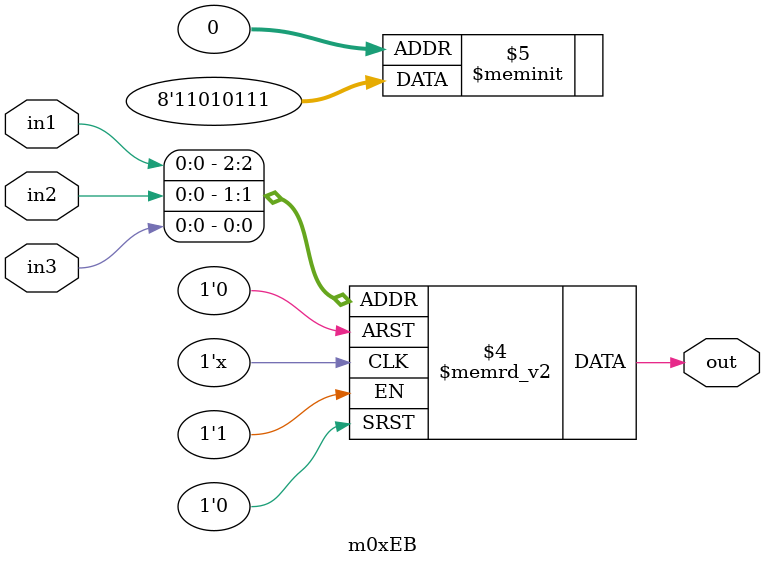
<source format=v>
module m0xEB(output out, input in1, in2, in3);

   always @(in1, in2, in3)
     begin
        case({in1, in2, in3})
          3'b000: {out} = 1'b1;
          3'b001: {out} = 1'b1;
          3'b010: {out} = 1'b1;
          3'b011: {out} = 1'b0;
          3'b100: {out} = 1'b1;
          3'b101: {out} = 1'b0;
          3'b110: {out} = 1'b1;
          3'b111: {out} = 1'b1;
        endcase // case ({in1, in2, in3})
     end // always @ (in1, in2, in3)

endmodule // m0xEB
</source>
